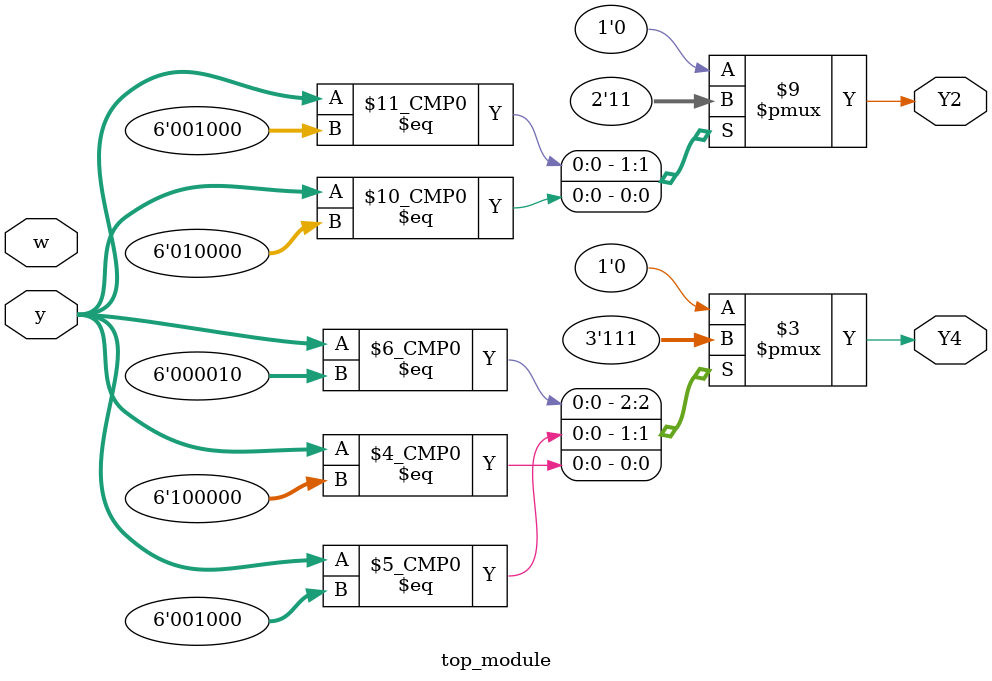
<source format=sv>
module top_module (
    input [6:1] y,
    input w,
    output Y2,
    output Y4
);

    reg Y2;
    reg Y4;
    
    always @(*)
        case(y)
            7'b0000001: begin // state A
                Y2 = 0;
                Y4 = 0;
            end
            7'b0000010: begin // state B
                Y2 = 0;
                Y4 = 1;
            end
            7'b0000100: begin // state C
                Y2 = 0;
                Y4 = 0;
            end
            7'b0001000: begin // state D
                Y2 = 1;
                Y4 = 1;
            end
            7'b0010000: begin // state E
                Y2 = 1;
                Y4 = 0;
            end
            7'b0100000: begin // state F
                Y2 = 0;
                Y4 = 1;
            end
            default: begin
                Y2 = 0;
                Y4 = 0;
            end
        endcase

endmodule

</source>
